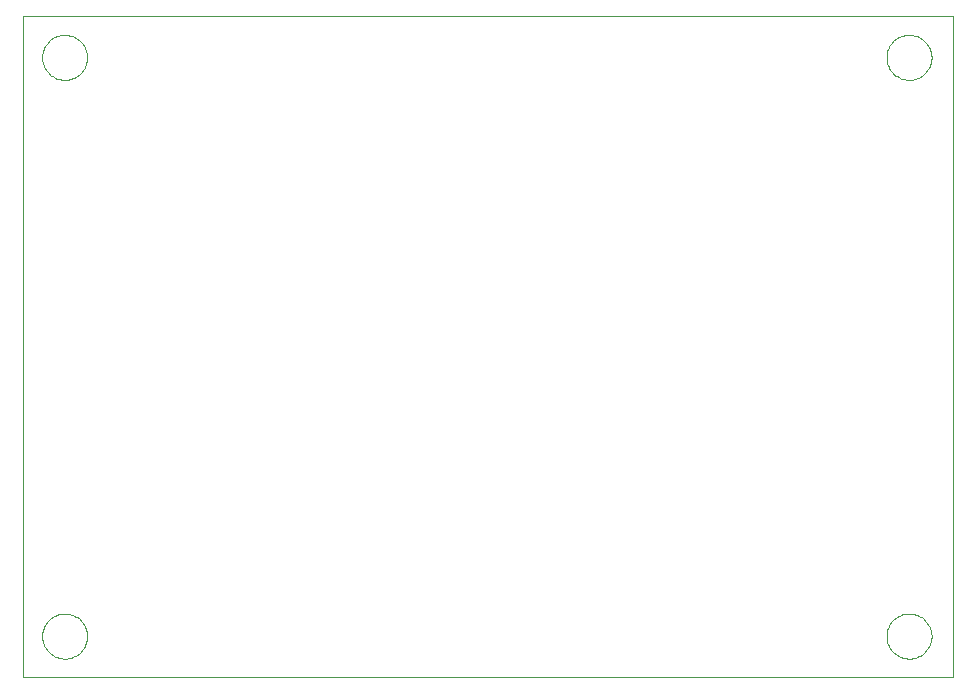
<source format=gko>
G75*
G70*
%OFA0B0*%
%FSLAX24Y24*%
%IPPOS*%
%LPD*%
%AMOC8*
5,1,8,0,0,1.08239X$1,22.5*
%
%ADD10C,0.0000*%
D10*
X000101Y000101D02*
X000101Y022148D01*
X031087Y022148D01*
X031087Y000101D01*
X000101Y000101D01*
X000729Y001479D02*
X000731Y001533D01*
X000737Y001587D01*
X000747Y001640D01*
X000760Y001693D01*
X000777Y001744D01*
X000798Y001794D01*
X000823Y001842D01*
X000851Y001889D01*
X000882Y001933D01*
X000916Y001975D01*
X000953Y002014D01*
X000993Y002051D01*
X001036Y002084D01*
X001081Y002115D01*
X001128Y002142D01*
X001176Y002165D01*
X001227Y002185D01*
X001278Y002202D01*
X001331Y002214D01*
X001384Y002223D01*
X001438Y002228D01*
X001493Y002229D01*
X001547Y002226D01*
X001600Y002219D01*
X001653Y002208D01*
X001706Y002194D01*
X001757Y002176D01*
X001806Y002154D01*
X001854Y002129D01*
X001900Y002100D01*
X001944Y002068D01*
X001985Y002033D01*
X002023Y001995D01*
X002059Y001954D01*
X002092Y001911D01*
X002122Y001866D01*
X002148Y001818D01*
X002171Y001769D01*
X002190Y001718D01*
X002205Y001667D01*
X002217Y001614D01*
X002225Y001560D01*
X002229Y001506D01*
X002229Y001452D01*
X002225Y001398D01*
X002217Y001344D01*
X002205Y001291D01*
X002190Y001240D01*
X002171Y001189D01*
X002148Y001140D01*
X002122Y001092D01*
X002092Y001047D01*
X002059Y001004D01*
X002023Y000963D01*
X001985Y000925D01*
X001944Y000890D01*
X001900Y000858D01*
X001854Y000829D01*
X001806Y000804D01*
X001757Y000782D01*
X001706Y000764D01*
X001653Y000750D01*
X001600Y000739D01*
X001547Y000732D01*
X001493Y000729D01*
X001438Y000730D01*
X001384Y000735D01*
X001331Y000744D01*
X001278Y000756D01*
X001227Y000773D01*
X001176Y000793D01*
X001128Y000816D01*
X001081Y000843D01*
X001036Y000874D01*
X000993Y000907D01*
X000953Y000944D01*
X000916Y000983D01*
X000882Y001025D01*
X000851Y001069D01*
X000823Y001116D01*
X000798Y001164D01*
X000777Y001214D01*
X000760Y001265D01*
X000747Y001318D01*
X000737Y001371D01*
X000731Y001425D01*
X000729Y001479D01*
X000729Y020770D02*
X000731Y020824D01*
X000737Y020878D01*
X000747Y020931D01*
X000760Y020984D01*
X000777Y021035D01*
X000798Y021085D01*
X000823Y021133D01*
X000851Y021180D01*
X000882Y021224D01*
X000916Y021266D01*
X000953Y021305D01*
X000993Y021342D01*
X001036Y021375D01*
X001081Y021406D01*
X001128Y021433D01*
X001176Y021456D01*
X001227Y021476D01*
X001278Y021493D01*
X001331Y021505D01*
X001384Y021514D01*
X001438Y021519D01*
X001493Y021520D01*
X001547Y021517D01*
X001600Y021510D01*
X001653Y021499D01*
X001706Y021485D01*
X001757Y021467D01*
X001806Y021445D01*
X001854Y021420D01*
X001900Y021391D01*
X001944Y021359D01*
X001985Y021324D01*
X002023Y021286D01*
X002059Y021245D01*
X002092Y021202D01*
X002122Y021157D01*
X002148Y021109D01*
X002171Y021060D01*
X002190Y021009D01*
X002205Y020958D01*
X002217Y020905D01*
X002225Y020851D01*
X002229Y020797D01*
X002229Y020743D01*
X002225Y020689D01*
X002217Y020635D01*
X002205Y020582D01*
X002190Y020531D01*
X002171Y020480D01*
X002148Y020431D01*
X002122Y020383D01*
X002092Y020338D01*
X002059Y020295D01*
X002023Y020254D01*
X001985Y020216D01*
X001944Y020181D01*
X001900Y020149D01*
X001854Y020120D01*
X001806Y020095D01*
X001757Y020073D01*
X001706Y020055D01*
X001653Y020041D01*
X001600Y020030D01*
X001547Y020023D01*
X001493Y020020D01*
X001438Y020021D01*
X001384Y020026D01*
X001331Y020035D01*
X001278Y020047D01*
X001227Y020064D01*
X001176Y020084D01*
X001128Y020107D01*
X001081Y020134D01*
X001036Y020165D01*
X000993Y020198D01*
X000953Y020235D01*
X000916Y020274D01*
X000882Y020316D01*
X000851Y020360D01*
X000823Y020407D01*
X000798Y020455D01*
X000777Y020505D01*
X000760Y020556D01*
X000747Y020609D01*
X000737Y020662D01*
X000731Y020716D01*
X000729Y020770D01*
X028878Y020770D02*
X028880Y020824D01*
X028886Y020878D01*
X028896Y020931D01*
X028909Y020984D01*
X028926Y021035D01*
X028947Y021085D01*
X028972Y021133D01*
X029000Y021180D01*
X029031Y021224D01*
X029065Y021266D01*
X029102Y021305D01*
X029142Y021342D01*
X029185Y021375D01*
X029230Y021406D01*
X029277Y021433D01*
X029325Y021456D01*
X029376Y021476D01*
X029427Y021493D01*
X029480Y021505D01*
X029533Y021514D01*
X029587Y021519D01*
X029642Y021520D01*
X029696Y021517D01*
X029749Y021510D01*
X029802Y021499D01*
X029855Y021485D01*
X029906Y021467D01*
X029955Y021445D01*
X030003Y021420D01*
X030049Y021391D01*
X030093Y021359D01*
X030134Y021324D01*
X030172Y021286D01*
X030208Y021245D01*
X030241Y021202D01*
X030271Y021157D01*
X030297Y021109D01*
X030320Y021060D01*
X030339Y021009D01*
X030354Y020958D01*
X030366Y020905D01*
X030374Y020851D01*
X030378Y020797D01*
X030378Y020743D01*
X030374Y020689D01*
X030366Y020635D01*
X030354Y020582D01*
X030339Y020531D01*
X030320Y020480D01*
X030297Y020431D01*
X030271Y020383D01*
X030241Y020338D01*
X030208Y020295D01*
X030172Y020254D01*
X030134Y020216D01*
X030093Y020181D01*
X030049Y020149D01*
X030003Y020120D01*
X029955Y020095D01*
X029906Y020073D01*
X029855Y020055D01*
X029802Y020041D01*
X029749Y020030D01*
X029696Y020023D01*
X029642Y020020D01*
X029587Y020021D01*
X029533Y020026D01*
X029480Y020035D01*
X029427Y020047D01*
X029376Y020064D01*
X029325Y020084D01*
X029277Y020107D01*
X029230Y020134D01*
X029185Y020165D01*
X029142Y020198D01*
X029102Y020235D01*
X029065Y020274D01*
X029031Y020316D01*
X029000Y020360D01*
X028972Y020407D01*
X028947Y020455D01*
X028926Y020505D01*
X028909Y020556D01*
X028896Y020609D01*
X028886Y020662D01*
X028880Y020716D01*
X028878Y020770D01*
X028878Y001479D02*
X028880Y001533D01*
X028886Y001587D01*
X028896Y001640D01*
X028909Y001693D01*
X028926Y001744D01*
X028947Y001794D01*
X028972Y001842D01*
X029000Y001889D01*
X029031Y001933D01*
X029065Y001975D01*
X029102Y002014D01*
X029142Y002051D01*
X029185Y002084D01*
X029230Y002115D01*
X029277Y002142D01*
X029325Y002165D01*
X029376Y002185D01*
X029427Y002202D01*
X029480Y002214D01*
X029533Y002223D01*
X029587Y002228D01*
X029642Y002229D01*
X029696Y002226D01*
X029749Y002219D01*
X029802Y002208D01*
X029855Y002194D01*
X029906Y002176D01*
X029955Y002154D01*
X030003Y002129D01*
X030049Y002100D01*
X030093Y002068D01*
X030134Y002033D01*
X030172Y001995D01*
X030208Y001954D01*
X030241Y001911D01*
X030271Y001866D01*
X030297Y001818D01*
X030320Y001769D01*
X030339Y001718D01*
X030354Y001667D01*
X030366Y001614D01*
X030374Y001560D01*
X030378Y001506D01*
X030378Y001452D01*
X030374Y001398D01*
X030366Y001344D01*
X030354Y001291D01*
X030339Y001240D01*
X030320Y001189D01*
X030297Y001140D01*
X030271Y001092D01*
X030241Y001047D01*
X030208Y001004D01*
X030172Y000963D01*
X030134Y000925D01*
X030093Y000890D01*
X030049Y000858D01*
X030003Y000829D01*
X029955Y000804D01*
X029906Y000782D01*
X029855Y000764D01*
X029802Y000750D01*
X029749Y000739D01*
X029696Y000732D01*
X029642Y000729D01*
X029587Y000730D01*
X029533Y000735D01*
X029480Y000744D01*
X029427Y000756D01*
X029376Y000773D01*
X029325Y000793D01*
X029277Y000816D01*
X029230Y000843D01*
X029185Y000874D01*
X029142Y000907D01*
X029102Y000944D01*
X029065Y000983D01*
X029031Y001025D01*
X029000Y001069D01*
X028972Y001116D01*
X028947Y001164D01*
X028926Y001214D01*
X028909Y001265D01*
X028896Y001318D01*
X028886Y001371D01*
X028880Y001425D01*
X028878Y001479D01*
M02*

</source>
